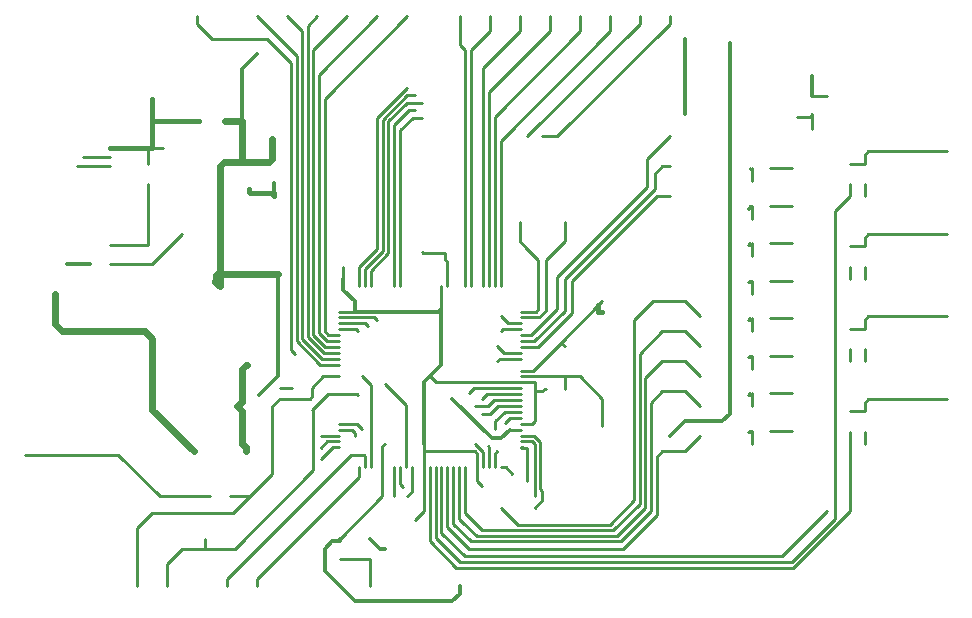
<source format=gbr>
G04 EAGLE Gerber RS-274X export*
G75*
%MOMM*%
%FSLAX34Y34*%
%LPD*%
%INTop Copper*%
%IPPOS*%
%AMOC8*
5,1,8,0,0,1.08239X$1,22.5*%
G01*
%ADD10C,0.254000*%
%ADD11C,0.406400*%
%ADD12C,0.304800*%
%ADD13C,0.609600*%


D10*
X477050Y439500D02*
X488950Y439500D01*
D11*
X247400Y600325D02*
X247400Y603250D01*
X247400Y600325D02*
X247650Y600075D01*
X267263Y598488D02*
X268288Y598488D01*
X268288Y600075D01*
X247650Y600075D01*
X267263Y598488D02*
X268288Y597463D01*
D10*
X269313Y598488D01*
X177800Y285750D02*
X177800Y266700D01*
X177800Y285750D02*
X190500Y298450D01*
D12*
X410050Y454500D02*
X410050Y501650D01*
D10*
X410050Y521500D01*
X395050Y387350D02*
X395050Y381000D01*
X395050Y367500D01*
D12*
X395050Y387350D02*
X395050Y428625D01*
X395050Y439500D01*
X400050Y444500D01*
X410050Y454500D01*
D10*
X405050Y439500D02*
X477050Y439500D01*
X405050Y439500D02*
X400050Y444500D01*
X768350Y397900D02*
X768350Y387350D01*
X768350Y457200D02*
X768350Y467750D01*
X768350Y527050D02*
X768350Y537600D01*
X768350Y596900D02*
X768350Y607450D01*
X487050Y404500D02*
X477050Y404500D01*
X487050Y404500D02*
X488950Y406400D01*
X488950Y431800D02*
X488950Y439500D01*
X488950Y431800D02*
X488950Y406400D01*
X497450Y433950D02*
X498475Y433950D01*
X497450Y433950D02*
X495300Y431800D01*
X488950Y431800D01*
D12*
X407900Y499500D02*
X336550Y499500D01*
D10*
X323050Y499500D01*
D12*
X407900Y499500D02*
X410050Y501650D01*
D10*
X327025Y527050D02*
X327025Y537600D01*
D12*
X327025Y517525D02*
X336550Y508000D01*
X336550Y499500D01*
D10*
X269313Y598488D02*
X268288Y598488D01*
X268288Y608013D01*
X440050Y367500D02*
X440050Y355850D01*
X444500Y351400D01*
X323050Y429500D02*
X313612Y429500D01*
X311150Y427038D01*
X311150Y427037D01*
X300600Y416487D02*
X300600Y415925D01*
X300600Y416487D02*
X311150Y427037D01*
X283600Y434975D02*
X273050Y434975D01*
X301625Y414900D02*
X301625Y403225D01*
X301625Y414900D02*
X300600Y415925D01*
X165100Y539750D02*
X129150Y539750D01*
X165100Y539750D02*
X190500Y565150D01*
X360050Y385450D02*
X360050Y367500D01*
X360050Y385450D02*
X361950Y387350D01*
D12*
X311150Y279400D02*
X323850Y266700D01*
X323850Y304800D02*
X323850Y306950D01*
D10*
X360050Y343150D02*
X360050Y367500D01*
X360050Y343150D02*
X323850Y306950D01*
X301625Y365125D02*
X301625Y403225D01*
X323050Y429500D02*
X338850Y429500D01*
X339725Y428625D01*
D12*
X268288Y597463D02*
X268288Y608013D01*
X327025Y527050D02*
X327025Y517525D01*
X603250Y393700D02*
X615950Y406400D01*
X647700Y406400D01*
X654050Y412750D01*
X654050Y727075D01*
X425450Y266700D02*
X425450Y260350D01*
X419100Y254000D01*
X336550Y254000D01*
X323850Y266700D01*
X323850Y304800D02*
X317500Y304800D01*
X311150Y298450D01*
X311150Y279400D01*
D10*
X395050Y330525D02*
X395050Y367500D01*
X395050Y330525D02*
X387350Y322825D01*
X209550Y298450D02*
X190500Y298450D01*
X209550Y298450D02*
X234950Y298450D01*
X301625Y365125D01*
X209550Y306500D02*
X209550Y298450D01*
X440050Y367500D02*
X440050Y379100D01*
X438150Y381000D01*
X395050Y381000D01*
X300600Y427600D02*
X300600Y434975D01*
X300600Y427600D02*
X298450Y425450D01*
X273050Y425450D01*
X266700Y419100D01*
X266700Y361950D01*
X310125Y444500D02*
X323050Y444500D01*
X310125Y444500D02*
X300600Y434975D01*
X152400Y315913D02*
X152400Y266700D01*
X152400Y315913D02*
X165100Y328613D01*
X209437Y328613D01*
X209550Y328500D01*
X228600Y328500D01*
X233250Y328500D01*
X247650Y342900D01*
X230750Y342900D01*
X247650Y342900D02*
X266700Y361950D01*
X107950Y377825D02*
X57150Y377825D01*
X171450Y342900D02*
X213750Y342900D01*
X136525Y377825D02*
X107950Y377825D01*
X136525Y377825D02*
X171450Y342900D01*
X415050Y521500D02*
X415050Y541500D01*
X412750Y543800D01*
X412750Y549275D01*
X394725Y549275D01*
X393700Y550300D01*
X161925Y555625D02*
X129150Y555625D01*
X161925Y555625D02*
X161925Y607450D01*
X380050Y420050D02*
X380050Y367500D01*
X380050Y420050D02*
X361950Y438150D01*
D11*
X165100Y660400D02*
X165100Y679150D01*
X161925Y638300D02*
X129425Y638300D01*
X161925Y638300D02*
X165100Y638300D01*
X165100Y660400D01*
D10*
X161925Y638300D02*
X161925Y638175D01*
X467763Y399500D02*
X477050Y399500D01*
D12*
X467763Y399500D02*
X460375Y392113D01*
D10*
X161925Y624450D02*
X161925Y638175D01*
X174625Y638175D01*
D12*
X452438Y392113D02*
X460375Y392113D01*
X452438Y392113D02*
X419100Y425450D01*
D11*
X204900Y660400D02*
X165100Y660400D01*
D13*
X220100Y531250D02*
X219075Y530225D01*
X220100Y531250D02*
X271462Y531250D01*
X219075Y530225D02*
X219075Y527050D01*
X218050Y524900D01*
X222250Y520700D01*
X226200Y626250D02*
X247400Y626250D01*
X226200Y626250D02*
X222250Y622300D01*
X222250Y520700D01*
X243700Y626250D02*
X247400Y626250D01*
X243700Y626250D02*
X241300Y628650D01*
X241300Y654050D01*
X247400Y626250D02*
X264300Y626250D01*
X266700Y628650D01*
X266700Y645400D01*
D12*
X241300Y704850D02*
X254000Y717550D01*
X615950Y730250D02*
X615950Y666750D01*
X271462Y531250D02*
X271462Y444499D01*
X255588Y428625D01*
X357750Y298450D02*
X361950Y298450D01*
X357750Y298450D02*
X349250Y306950D01*
D13*
X241300Y660400D02*
X226900Y660400D01*
X241300Y660400D02*
X241300Y654050D01*
D12*
X241300Y704850D01*
D10*
X129425Y622300D02*
X101600Y622300D01*
X463713Y414500D02*
X477050Y414500D01*
X463713Y414500D02*
X455613Y406400D01*
X455613Y400050D01*
X468238Y409500D02*
X477050Y409500D01*
X468238Y409500D02*
X463550Y404813D01*
X129425Y630300D02*
X106300Y630300D01*
X106363Y630238D01*
X723900Y681600D02*
X736600Y681600D01*
D12*
X723900Y681600D02*
X723900Y698500D01*
D10*
X723900Y664600D02*
X711200Y664600D01*
X375050Y367500D02*
X375050Y353612D01*
X377824Y350838D01*
X711200Y664600D02*
X721750Y664600D01*
X723900Y666750D01*
X723900Y654050D01*
X487600Y449500D02*
X477050Y449500D01*
X487600Y449500D02*
X511175Y473075D01*
X542925Y504825D01*
X546100Y508000D01*
X514350Y470463D02*
X512200Y472050D01*
X511175Y473075D01*
D11*
X542925Y499110D02*
X546100Y499110D01*
X542925Y499110D02*
X542925Y504825D01*
D10*
X514350Y444500D02*
X477050Y444500D01*
X514350Y444500D02*
X527050Y444500D01*
X546100Y425450D01*
X546100Y402590D01*
X514350Y433950D02*
X514350Y444500D01*
X489975Y499500D02*
X477050Y499500D01*
X489975Y499500D02*
X492125Y501650D01*
X476250Y558800D02*
X476250Y575700D01*
X476250Y558800D02*
X482600Y552450D01*
X492125Y542925D02*
X492125Y501650D01*
X492125Y542925D02*
X482600Y552450D01*
X477050Y494500D02*
X492913Y494500D01*
X498475Y500063D01*
X498475Y542925D01*
X508000Y552450D01*
X514350Y558800D02*
X514350Y575700D01*
X514350Y558800D02*
X508000Y552450D01*
X345050Y377263D02*
X345050Y367500D01*
X345050Y377263D02*
X344488Y377825D01*
X333375Y377825D01*
X228600Y273050D01*
X228600Y266700D01*
X254000Y266700D02*
X254000Y273050D01*
X340050Y359100D02*
X340050Y367500D01*
X340050Y359100D02*
X254000Y273050D01*
X787400Y425450D02*
X838200Y425450D01*
X768350Y414900D02*
X755650Y414900D01*
X768350Y414900D02*
X768350Y422275D01*
X771525Y425450D01*
X787400Y425450D01*
X787400Y495300D02*
X838200Y495300D01*
X768350Y484750D02*
X755650Y484750D01*
X768350Y484750D02*
X768350Y492125D01*
X771525Y495300D01*
X787400Y495300D01*
X787400Y565150D02*
X838200Y565150D01*
X768350Y554600D02*
X755650Y554600D01*
X768350Y554600D02*
X768350Y561975D01*
X771525Y565150D01*
X787400Y565150D01*
X787400Y635000D02*
X838200Y635000D01*
X768350Y624450D02*
X755650Y624450D01*
X768350Y624450D02*
X768350Y631825D01*
X771525Y635000D01*
X787400Y635000D01*
X755650Y397900D02*
X755650Y330200D01*
X708025Y282575D02*
X422275Y282575D01*
X708025Y282575D02*
X755650Y330200D01*
X400050Y304800D02*
X400050Y367500D01*
X400050Y304800D02*
X422275Y282575D01*
X755650Y457200D02*
X755650Y467750D01*
X385050Y367500D02*
X385050Y346950D01*
X381000Y342900D01*
X755650Y527050D02*
X755650Y537600D01*
X736600Y330200D02*
X698500Y292100D01*
X430213Y292100D01*
X410050Y312263D02*
X410050Y367500D01*
X410050Y312263D02*
X430213Y292100D01*
X742950Y323850D02*
X742950Y584200D01*
X755650Y596900D01*
X755650Y607450D01*
X706438Y287338D02*
X425450Y287338D01*
X706438Y287338D02*
X742950Y323850D01*
X405050Y307738D02*
X405050Y367500D01*
X405050Y307738D02*
X425450Y287338D01*
X687950Y620713D02*
X707050Y620713D01*
X707050Y588963D02*
X687950Y588963D01*
X687950Y557212D02*
X707050Y557212D01*
X707050Y525463D02*
X687950Y525463D01*
X687950Y493713D02*
X707050Y493713D01*
X707050Y461963D02*
X687950Y461963D01*
X687950Y430213D02*
X707050Y430213D01*
X707050Y398463D02*
X687950Y398463D01*
X672075Y619688D02*
X673100Y620713D01*
X673100Y609600D01*
X375050Y652862D02*
X375050Y521500D01*
X375050Y652862D02*
X385763Y663575D01*
X393700Y663575D01*
X670950Y620713D02*
X671050Y620713D01*
X672075Y619688D01*
X670950Y588963D02*
X669925Y586350D01*
X672075Y587938D01*
X673100Y588963D01*
X673100Y577850D01*
X370050Y521500D02*
X370050Y657387D01*
X382588Y669925D01*
X387350Y669925D01*
X350050Y534200D02*
X350050Y521500D01*
X350050Y534200D02*
X365125Y549275D01*
X669925Y556187D02*
X670950Y557212D01*
X669925Y556187D02*
X672075Y556187D01*
X673100Y557212D01*
X673100Y546099D01*
X393700Y676275D02*
X381000Y676275D01*
X365125Y660400D02*
X365125Y549275D01*
X365125Y660400D02*
X381000Y676275D01*
X345050Y535550D02*
X345050Y521500D01*
X345050Y535550D02*
X360363Y550863D01*
X669925Y524438D02*
X670950Y525463D01*
X669925Y524438D02*
X672075Y524438D01*
X673100Y525463D01*
X673100Y514350D01*
X360363Y550863D02*
X360363Y661988D01*
X381000Y682625D02*
X387350Y682625D01*
X381000Y682625D02*
X360363Y661988D01*
X340050Y536900D02*
X340050Y521500D01*
X340050Y536900D02*
X355600Y552450D01*
X669925Y492688D02*
X670950Y493713D01*
X669925Y492688D02*
X672075Y492688D01*
X673100Y493713D01*
X673100Y482601D01*
X355600Y552450D02*
X355600Y663575D01*
X381000Y688975D01*
X353225Y494500D02*
X323050Y494500D01*
X353225Y494500D02*
X355600Y492125D01*
X669925Y460938D02*
X670950Y461963D01*
X669925Y460938D02*
X672075Y460938D01*
X673100Y461963D01*
X673100Y450850D01*
X345526Y489500D02*
X323050Y489500D01*
X345526Y489500D02*
X347663Y487363D01*
X669925Y429188D02*
X670950Y430213D01*
X669925Y429188D02*
X672075Y429188D01*
X673100Y430213D01*
X673100Y419100D01*
X337825Y484500D02*
X323050Y484500D01*
X337825Y484500D02*
X339725Y482600D01*
X669925Y397438D02*
X670950Y398463D01*
X669925Y397438D02*
X672075Y397438D01*
X673100Y398463D01*
X673100Y387351D01*
X485850Y479500D02*
X477050Y479500D01*
X485850Y479500D02*
X508000Y501650D01*
X508000Y528638D01*
X584200Y604838D01*
X584200Y628650D01*
X603250Y647700D01*
X488787Y474500D02*
X477050Y474500D01*
X488787Y474500D02*
X514350Y500063D01*
X514350Y527050D01*
X590550Y603250D01*
X590550Y615950D01*
X596900Y622300D01*
X603250Y622300D01*
X491725Y469500D02*
X477050Y469500D01*
X491725Y469500D02*
X520700Y498475D01*
X520700Y525463D01*
X592138Y596900D01*
X603250Y596900D01*
X477050Y464500D02*
X462600Y464500D01*
X457200Y469900D01*
X459500Y459500D02*
X477050Y459500D01*
X459500Y459500D02*
X457200Y457200D01*
X437675Y434500D02*
X477050Y434500D01*
X437675Y434500D02*
X433388Y430213D01*
X448550Y429500D02*
X477050Y429500D01*
X448550Y429500D02*
X444500Y425450D01*
X454663Y424500D02*
X477050Y424500D01*
X449263Y419100D02*
X438150Y419100D01*
X449263Y419100D02*
X454663Y424500D01*
X457600Y419500D02*
X477050Y419500D01*
X450850Y412750D02*
X444500Y412750D01*
X450850Y412750D02*
X457600Y419500D01*
X477050Y394500D02*
X488151Y394500D01*
X493713Y388938D01*
X493713Y349250D01*
X495300Y347663D01*
X495300Y339725D01*
X488950Y333375D01*
X486800Y389500D02*
X477050Y389500D01*
X486800Y389500D02*
X488950Y387350D01*
X488950Y342900D01*
X479100Y384500D02*
X477050Y384500D01*
X482600Y384175D02*
X482600Y355600D01*
X482600Y384175D02*
X477375Y384175D01*
X477050Y384500D01*
X464350Y367500D02*
X460050Y367500D01*
X464350Y367500D02*
X469900Y361950D01*
X455050Y367500D02*
X455050Y378850D01*
X457200Y381000D01*
X450050Y384963D02*
X450050Y367500D01*
X450050Y384963D02*
X449263Y385763D01*
X445050Y380450D02*
X445050Y367500D01*
X445050Y380450D02*
X438150Y387350D01*
X460375Y333375D02*
X473076Y320675D01*
X474663Y319088D01*
X552450Y319088D01*
X573088Y339726D01*
X573088Y492125D02*
X588963Y508000D01*
X573088Y492125D02*
X573088Y339726D01*
X628650Y495300D02*
X615950Y508000D01*
X588963Y508000D01*
X433388Y325438D02*
X433388Y325437D01*
X444500Y314325D01*
X555625Y314325D02*
X577850Y336550D01*
X555625Y314325D02*
X444500Y314325D01*
X615950Y482600D02*
X628650Y469900D01*
X615950Y482600D02*
X596900Y482600D01*
X577850Y463550D01*
X577850Y336550D01*
X430050Y328776D02*
X430050Y367500D01*
X430050Y328776D02*
X433388Y325438D01*
X428625Y320675D02*
X428626Y320675D01*
X439738Y309563D01*
X560388Y311150D02*
X582613Y333375D01*
X560388Y311150D02*
X560387Y311150D01*
X558800Y309563D01*
X439738Y309563D01*
X615950Y457200D02*
X628650Y444500D01*
X615950Y457200D02*
X596900Y457200D01*
X582613Y442913D01*
X582613Y333375D01*
X425050Y324250D02*
X425050Y367500D01*
X425050Y324250D02*
X428625Y320675D01*
X561975Y304800D02*
X587375Y330200D01*
X561975Y304800D02*
X434976Y304800D01*
X615950Y431800D02*
X628650Y419100D01*
X615950Y431800D02*
X596900Y431800D01*
X587375Y422275D01*
X587375Y330200D01*
X420050Y319726D02*
X420050Y367500D01*
X420050Y319726D02*
X434976Y304800D01*
X565150Y300038D02*
X592138Y327026D01*
X565150Y300038D02*
X565150Y300037D01*
X563563Y298450D01*
X433388Y298450D01*
X615950Y381000D02*
X628650Y393700D01*
X615950Y381000D02*
X596900Y381000D01*
X592138Y376238D01*
X592138Y327026D01*
X415050Y316788D02*
X415050Y367500D01*
X415050Y316788D02*
X433388Y298450D01*
X323050Y479500D02*
X314250Y479500D01*
X311150Y482600D01*
X311150Y679450D01*
X381000Y749300D01*
X323050Y474500D02*
X312901Y474500D01*
X306388Y481013D01*
X306388Y700088D01*
X355600Y749300D01*
X323050Y469500D02*
X311550Y469500D01*
X301625Y479425D01*
X301625Y720725D01*
X330200Y749300D01*
X323050Y464500D02*
X310201Y464500D01*
X296863Y477838D01*
X296863Y741363D01*
X304800Y749300D01*
X308850Y459500D02*
X323050Y459500D01*
X308850Y459500D02*
X292100Y476250D01*
X292100Y736600D01*
X279400Y749300D01*
X307501Y454500D02*
X323050Y454500D01*
X307501Y454500D02*
X287338Y474663D01*
X287338Y715962D01*
X254000Y749300D01*
X203200Y749300D02*
X203200Y742950D01*
X215900Y730250D01*
X261938Y730250D01*
X282575Y709613D01*
X350050Y437350D02*
X350050Y367500D01*
X350050Y437350D02*
X342900Y444500D01*
X285750Y463550D02*
X282575Y466725D01*
X282575Y709613D01*
X462275Y484500D02*
X477050Y484500D01*
X462275Y484500D02*
X460375Y482600D01*
X603250Y742950D02*
X603250Y749300D01*
X508000Y647700D02*
X495300Y647700D01*
X508000Y647700D02*
X603250Y742950D01*
X477050Y489500D02*
X466175Y489500D01*
X460375Y495300D01*
X482600Y647700D02*
X577850Y742950D01*
X577850Y749300D01*
X460050Y644200D02*
X460050Y521500D01*
X460050Y644200D02*
X552450Y736600D01*
X552450Y749300D01*
X455050Y664600D02*
X455050Y521500D01*
X455050Y664600D02*
X527050Y736600D01*
X527050Y749300D01*
X450050Y685000D02*
X450050Y521500D01*
X450050Y685000D02*
X501650Y736600D01*
X501650Y749300D01*
X445050Y705400D02*
X445050Y521500D01*
X445050Y705400D02*
X476250Y736600D01*
X476250Y749300D01*
X435050Y720800D02*
X435050Y521500D01*
X435050Y720800D02*
X450850Y736600D01*
X450850Y749300D01*
X430050Y720887D02*
X430050Y521500D01*
X430050Y720887D02*
X425450Y725487D01*
X425450Y749300D01*
X323050Y384500D02*
X317825Y384500D01*
X307975Y374650D01*
X313300Y389500D02*
X323050Y389500D01*
X313300Y389500D02*
X307975Y384175D01*
X308775Y394500D02*
X323050Y394500D01*
X308775Y394500D02*
X307975Y393700D01*
X323050Y399500D02*
X333926Y399500D01*
X336550Y396876D02*
X336550Y393700D01*
X336550Y396876D02*
X333926Y399500D01*
X338450Y404500D02*
X323050Y404500D01*
X338450Y404500D02*
X342900Y400050D01*
X370050Y367500D02*
X370050Y343062D01*
X369888Y342900D01*
X349250Y289950D02*
X349250Y266700D01*
X349250Y289950D02*
X323850Y289950D01*
D13*
X82550Y488950D02*
X82550Y514200D01*
X82550Y488950D02*
X88900Y482600D01*
X158750Y482600D01*
X165100Y476250D01*
X165100Y416150D01*
X200250Y381000D01*
X244250Y381000D02*
X244250Y384400D01*
X241300Y387350D01*
X241300Y415050D01*
X237250Y419100D01*
X244650Y454200D02*
X245250Y454200D01*
X244650Y454200D02*
X241300Y450850D01*
X241300Y423150D01*
X237250Y419100D01*
D12*
X112150Y539750D02*
X93050Y539750D01*
M02*

</source>
